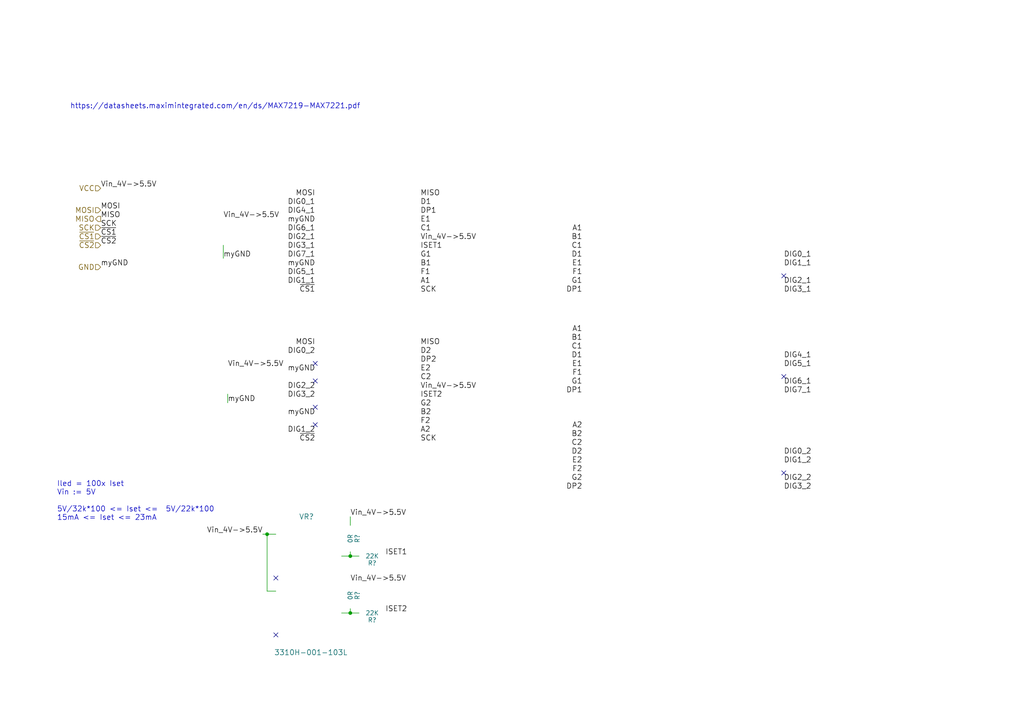
<source format=kicad_sch>
(kicad_sch (version 20211123) (generator eeschema)
  (paper "A4")
  (lib_symbols)
  (junction (at 101.6 177.8))
  (junction (at 101.6 161.29))
  (junction (at 77.47 154.94))
  (no_connect (at 227.33 137.16))
  (no_connect (at 91.44 110.49))
  (no_connect (at 91.44 123.19))
  (no_connect (at 227.33 109.22))
  (no_connect (at 80.01 184.15))
  (no_connect (at 227.33 80.01))
  (no_connect (at 91.44 105.41))
  (no_connect (at 80.01 167.64))
  (no_connect (at 91.44 118.11))
  (wire (pts (xy 101.6 161.29) (xy 104.14 161.29)))
  (wire (pts (xy 66.04 116.84) (xy 66.04 114.3)))
  (wire (pts (xy 99.06 177.8) (xy 101.6 177.8)))
  (wire (pts (xy 99.06 161.29) (xy 101.6 161.29)))
  (wire (pts (xy 64.77 74.93) (xy 64.77 71.12)))
  (wire (pts (xy 101.6 160.02) (xy 101.6 161.29)))
  (wire (pts (xy 80.01 171.45) (xy 77.47 171.45)))
  (wire (pts (xy 101.6 149.86) (xy 101.6 152.4)))
  (wire (pts (xy 80.01 154.94) (xy 77.47 154.94)))
  (wire (pts (xy 101.6 177.8) (xy 104.14 177.8)))
  (wire (pts (xy 77.47 154.94) (xy 76.2 154.94)))
  (wire (pts (xy 77.47 171.45) (xy 77.47 154.94)))
  (wire (pts (xy 101.6 176.53) (xy 101.6 177.8)))
  (text "https://datasheets.maximintegrated.com/en/ds/MAX7219-MAX7221.pdf" (at 20.32 31.75 0) (effects (font (size 1.524 1.524)) (justify left bottom)))
  (text "Iled = 100x Iset\nVin := 5V\n\n5V/32k*100 <= Iset <=  5V/22k*100\n15mA <= Iset <= 23mA" (at 16.51 151.13 0) (effects (font (size 1.524 1.524)) (justify left bottom)))
  (label "DIG7_1" (at 227.33 114.3 0) (effects (font (size 1.524 1.524))))
  (label "DIG2_1" (at 227.33 82.55 0) (effects (font (size 1.524 1.524))))
  (label "Vin_4V->5.5V" (at 101.6 149.86 0) (effects (font (size 1.524 1.524))))
  (label "DIG5_1" (at 91.44 80.01 180) (effects (font (size 1.524 1.524))))
  (label "Vin_4V->5.5V" (at 101.6 168.91 0) (effects (font (size 1.524 1.524))))
  (label "G1" (at 168.91 82.55 180) (effects (font (size 1.524 1.524))))
  (label "MISO" (at 121.92 100.33 0) (effects (font (size 1.524 1.524))))
  (label "ISET1" (at 111.76 161.29 0) (effects (font (size 1.524 1.524))))
  (label "~{CS1}" (at 91.44 85.09 180) (effects (font (size 1.524 1.524))))
  (label "D1" (at 168.91 74.93 180) (effects (font (size 1.524 1.524))))
  (label "F1" (at 168.91 109.22 180) (effects (font (size 1.524 1.524))))
  (label "F1" (at 168.91 80.01 180) (effects (font (size 1.524 1.524))))
  (label "DIG2_2" (at 91.44 113.03 180) (effects (font (size 1.524 1.524))))
  (label "DIG3_1" (at 91.44 72.39 180) (effects (font (size 1.524 1.524))))
  (label "myGND" (at 91.44 64.77 180) (effects (font (size 1.524 1.524))))
  (label "ISET1" (at 121.92 72.39 0) (effects (font (size 1.524 1.524))))
  (label "DIG0_1" (at 227.33 74.93 0) (effects (font (size 1.524 1.524))))
  (label "myGND" (at 64.77 74.93 0) (effects (font (size 1.524 1.524))))
  (label "C1" (at 121.92 67.31 0) (effects (font (size 1.524 1.524))))
  (label "DIG5_1" (at 227.33 106.68 0) (effects (font (size 1.524 1.524))))
  (label "myGND" (at 91.44 120.65 180) (effects (font (size 1.524 1.524))))
  (label "DIG0_2" (at 227.33 132.08 0) (effects (font (size 1.524 1.524))))
  (label "MISO" (at 121.92 57.15 0) (effects (font (size 1.524 1.524))))
  (label "C2" (at 168.91 129.54 180) (effects (font (size 1.524 1.524))))
  (label "Vin_4V->5.5V" (at 76.2 154.94 180) (effects (font (size 1.524 1.524))))
  (label "DIG3_2" (at 227.33 142.24 0) (effects (font (size 1.524 1.524))))
  (label "E1" (at 168.91 106.68 180) (effects (font (size 1.524 1.524))))
  (label "DIG3_2" (at 91.44 115.57 180) (effects (font (size 1.524 1.524))))
  (label "myGND" (at 66.04 116.84 0) (effects (font (size 1.524 1.524))))
  (label "Vin_4V->5.5V" (at 64.77 63.5 0) (effects (font (size 1.524 1.524))))
  (label "G1" (at 121.92 74.93 0) (effects (font (size 1.524 1.524))))
  (label "DIG1_2" (at 227.33 134.62 0) (effects (font (size 1.524 1.524))))
  (label "DIG6_1" (at 227.33 111.76 0) (effects (font (size 1.524 1.524))))
  (label "Vin_4V->5.5V" (at 29.21 54.61 0) (effects (font (size 1.524 1.524))))
  (label "DIG6_1" (at 91.44 67.31 180) (effects (font (size 1.524 1.524))))
  (label "E1" (at 168.91 77.47 180) (effects (font (size 1.524 1.524))))
  (label "~{CS2}" (at 29.21 71.12 0) (effects (font (size 1.524 1.524))))
  (label "C2" (at 121.92 110.49 0) (effects (font (size 1.524 1.524))))
  (label "Vin_4V->5.5V" (at 66.04 106.68 0) (effects (font (size 1.524 1.524))))
  (label "~{CS2}" (at 91.44 128.27 180) (effects (font (size 1.524 1.524))))
  (label "A1" (at 168.91 96.52 180) (effects (font (size 1.524 1.524))))
  (label "G1" (at 168.91 111.76 180) (effects (font (size 1.524 1.524))))
  (label "DP1" (at 121.92 62.23 0) (effects (font (size 1.524 1.524))))
  (label "DIG4_1" (at 227.33 104.14 0) (effects (font (size 1.524 1.524))))
  (label "ISET2" (at 111.76 177.8 0) (effects (font (size 1.524 1.524))))
  (label "DIG0_2" (at 91.44 102.87 180) (effects (font (size 1.524 1.524))))
  (label "DIG1_2" (at 91.44 125.73 180) (effects (font (size 1.524 1.524))))
  (label "DP1" (at 168.91 114.3 180) (effects (font (size 1.524 1.524))))
  (label "B1" (at 168.91 99.06 180) (effects (font (size 1.524 1.524))))
  (label "D2" (at 121.92 102.87 0) (effects (font (size 1.524 1.524))))
  (label "F2" (at 121.92 123.19 0) (effects (font (size 1.524 1.524))))
  (label "DP2" (at 121.92 105.41 0) (effects (font (size 1.524 1.524))))
  (label "DIG7_1" (at 91.44 74.93 180) (effects (font (size 1.524 1.524))))
  (label "B2" (at 168.91 127 180) (effects (font (size 1.524 1.524))))
  (label "G2" (at 168.91 139.7 180) (effects (font (size 1.524 1.524))))
  (label "A1" (at 121.92 82.55 0) (effects (font (size 1.524 1.524))))
  (label "C1" (at 168.91 101.6 180) (effects (font (size 1.524 1.524))))
  (label "D1" (at 168.91 104.14 180) (effects (font (size 1.524 1.524))))
  (label "MOSI" (at 29.21 60.96 0) (effects (font (size 1.524 1.524))))
  (label "F1" (at 121.92 80.01 0) (effects (font (size 1.524 1.524))))
  (label "SCK" (at 121.92 85.09 0) (effects (font (size 1.524 1.524))))
  (label "E2" (at 121.92 107.95 0) (effects (font (size 1.524 1.524))))
  (label "B1" (at 121.92 77.47 0) (effects (font (size 1.524 1.524))))
  (label "MISO" (at 29.21 63.5 0) (effects (font (size 1.524 1.524))))
  (label "ISET2" (at 121.92 115.57 0) (effects (font (size 1.524 1.524))))
  (label "DIG2_2" (at 227.33 139.7 0) (effects (font (size 1.524 1.524))))
  (label "C1" (at 168.91 72.39 180) (effects (font (size 1.524 1.524))))
  (label "myGND" (at 91.44 77.47 180) (effects (font (size 1.524 1.524))))
  (label "D1" (at 121.92 59.69 0) (effects (font (size 1.524 1.524))))
  (label "DIG4_1" (at 91.44 62.23 180) (effects (font (size 1.524 1.524))))
  (label "MOSI" (at 91.44 57.15 180) (effects (font (size 1.524 1.524))))
  (label "Vin_4V->5.5V" (at 121.92 113.03 0) (effects (font (size 1.524 1.524))))
  (label "SCK" (at 29.21 66.04 0) (effects (font (size 1.524 1.524))))
  (label "A1" (at 168.91 67.31 180) (effects (font (size 1.524 1.524))))
  (label "~{CS1}" (at 29.21 68.58 0) (effects (font (size 1.524 1.524))))
  (label "myGND" (at 29.21 77.47 0) (effects (font (size 1.524 1.524))))
  (label "MOSI" (at 91.44 100.33 180) (effects (font (size 1.524 1.524))))
  (label "DIG3_1" (at 227.33 85.09 0) (effects (font (size 1.524 1.524))))
  (label "Vin_4V->5.5V" (at 121.92 69.85 0) (effects (font (size 1.524 1.524))))
  (label "SCK" (at 121.92 128.27 0) (effects (font (size 1.524 1.524))))
  (label "DIG2_1" (at 91.44 69.85 180) (effects (font (size 1.524 1.524))))
  (label "F2" (at 168.91 137.16 180) (effects (font (size 1.524 1.524))))
  (label "A2" (at 121.92 125.73 0) (effects (font (size 1.524 1.524))))
  (label "G2" (at 121.92 118.11 0) (effects (font (size 1.524 1.524))))
  (label "D2" (at 168.91 132.08 180) (effects (font (size 1.524 1.524))))
  (label "A2" (at 168.91 124.46 180) (effects (font (size 1.524 1.524))))
  (label "DIG1_1" (at 227.33 77.47 0) (effects (font (size 1.524 1.524))))
  (label "DIG1_1" (at 91.44 82.55 180) (effects (font (size 1.524 1.524))))
  (label "DP1" (at 168.91 85.09 180) (effects (font (size 1.524 1.524))))
  (label "DIG0_1" (at 91.44 59.69 180) (effects (font (size 1.524 1.524))))
  (label "B2" (at 121.92 120.65 0) (effects (font (size 1.524 1.524))))
  (label "E1" (at 121.92 64.77 0) (effects (font (size 1.524 1.524))))
  (label "B1" (at 168.91 69.85 180) (effects (font (size 1.524 1.524))))
  (label "E2" (at 168.91 134.62 180) (effects (font (size 1.524 1.524))))
  (label "myGND" (at 91.44 107.95 180) (effects (font (size 1.524 1.524))))
  (label "DP2" (at 168.91 142.24 180) (effects (font (size 1.524 1.524))))
  (hierarchical_label "~{CS2}" (shape input) (at 29.21 71.12 180) (effects (font (size 1.524 1.524))))
  (hierarchical_label "SCK" (shape input) (at 29.21 66.04 180) (effects (font (size 1.524 1.524))))
  (hierarchical_label "GND" (shape input) (at 29.21 77.47 180) (effects (font (size 1.524 1.524))))
  (hierarchical_label "~{CS1}" (shape input) (at 29.21 68.58 180) (effects (font (size 1.524 1.524))))
  (hierarchical_label "MOSI" (shape input) (at 29.21 60.96 180) (effects (font (size 1.524 1.524))))
  (hierarchical_label "MISO" (shape output) (at 29.21 63.5 180) (effects (font (size 1.524 1.524))))
  (hierarchical_label "VCC" (shape input) (at 29.21 54.61 180) (effects (font (size 1.524 1.524))))
  (symbol (lib_id "max:MAX7219") (at 106.68 71.12 0) (unit 1)
    (property "Reference" "U?" (at 106.68 88.9 0) (effects (font (size 1.524 1.524))))
    (property "Value" "MAX7219" (at 106.68 53.34 0) (effects (font (size 1.524 1.524))))
    (property "Footprint" "Housings_SOIC:SOIC-24W_7.5x15.4mm_Pitch1.27mm" (effects hide))
  )
  (symbol (lib_id "device:R") (at 107.95 177.8 270) (unit 1)
    (property "Reference" "R?" (at 107.95 179.832 90))
    (property "Value" "22K" (at 107.95 177.8 90))
    (property "Footprint" "Resistors_SMD:R_0805" (effects hide))
  )
  (symbol (lib_id "max:MAX7219") (at 106.68 114.3 0) (unit 1)
    (property "Reference" "U?" (at 106.68 132.08 0) (effects (font (size 1.524 1.524))))
    (property "Value" "MAX7219" (at 106.68 96.52 0) (effects (font (size 1.524 1.524))))
    (property "Footprint" "Housings_SOIC:SOIC-24W_7.5x15.4mm_Pitch1.27mm" (effects hide))
  )
  (symbol (lib_id "HMI:LTC-4627JR") (at 196.85 74.93 0) (unit 1)
    (property "Reference" "U?" (at 172.72 63.5 0))
    (property "Value" "DISPLAY1" (at 217.932 63.5 0))
    (property "Footprint" "ltc-4627jr:LTC-4627JR" (effects hide))
    (property "Datasheet" "http://optoelectronics.liteon.com/upload/download/DS30-2000-185/LTC-4627JR.pdf" (effects hide))
  )
  (symbol (lib_id "HMI:LTC-4627JR") (at 196.85 104.14 0) (unit 1)
    (property "Reference" "U?" (at 172.72 92.71 0))
    (property "Value" "DISPLAY2" (at 217.932 92.71 0))
    (property "Footprint" "ltc-4627jr:LTC-4627JR" (effects hide))
  )
  (symbol (lib_id "HMI:LTC-4627JR") (at 196.85 132.08 0) (unit 1)
    (property "Reference" "U?" (at 172.72 120.65 0))
    (property "Value" "DISPLAY3" (at 217.932 120.65 0))
    (property "Footprint" "ltc-4627jr:LTC-4627JR" (effects hide))
  )
  (symbol (lib_id "device:C") (at 64.77 67.31 0) (unit 1)
    (property "Reference" "C?" (at 65.405 64.77 0) (effects (justify left)))
    (property "Value" "100N" (at 65.405 69.85 0) (effects (justify left)))
    (property "Footprint" "Capacitors_SMD:C_0805" (effects hide))
  )
  (symbol (lib_id "device:C") (at 66.04 110.49 0) (unit 1)
    (property "Reference" "C?" (at 66.675 107.95 0) (effects (justify left)))
    (property "Value" "100N" (at 66.675 113.03 0) (effects (justify left)))
    (property "Footprint" "Capacitors_SMD:C_0805" (effects hide))
  )
  (symbol (lib_id "device:R") (at 101.6 172.72 0) (unit 1)
    (property "Reference" "R?" (at 103.632 172.72 90))
    (property "Value" "0R" (at 101.6 172.72 90))
    (property "Footprint" "Resistors_SMD:R_0805" (effects hide))
  )
  (symbol (lib_id "device:R") (at 107.95 161.29 270) (unit 1)
    (property "Reference" "R?" (at 107.95 163.322 90))
    (property "Value" "22K" (at 107.95 161.29 90))
    (property "Footprint" "Resistors_SMD:R_0805" (effects hide))
  )
  (symbol (lib_id "device:R") (at 101.6 156.21 0) (unit 1)
    (property "Reference" "R?" (at 103.632 156.21 90))
    (property "Value" "0R" (at 101.6 156.21 90))
    (property "Footprint" "Resistors_SMD:R_0805" (effects hide))
  )
  (symbol (lib_id "HMI:3310H-001-103L") (at 88.9 163.83 0) (unit 1)
    (property "Reference" "VR?" (at 88.9 149.86 0) (effects (font (size 1.524 1.524))))
    (property "Value" "3310H-001-103L" (at 90.17 189.23 0) (effects (font (size 1.524 1.524))))
    (property "Footprint" "kicad libraries:3310H-001-103L" (effects hide))
  )
)
</source>
